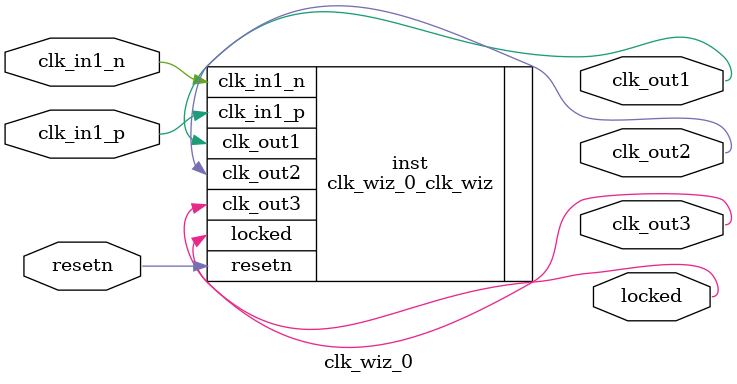
<source format=v>


`timescale 1ps/1ps

(* CORE_GENERATION_INFO = "clk_wiz_0,clk_wiz_v6_0_3_0_0,{component_name=clk_wiz_0,use_phase_alignment=true,use_min_o_jitter=false,use_max_i_jitter=false,use_dyn_phase_shift=false,use_inclk_switchover=false,use_dyn_reconfig=false,enable_axi=0,feedback_source=FDBK_AUTO,PRIMITIVE=PLL,num_out_clk=3,clkin1_period=5.000,clkin2_period=10.0,use_power_down=false,use_reset=true,use_locked=true,use_inclk_stopped=false,feedback_type=SINGLE,CLOCK_MGR_TYPE=NA,manual_override=false}" *)

module clk_wiz_0 
 (
  // Clock out ports
  output        clk_out1,
  output        clk_out2,
  output        clk_out3,
  // Status and control signals
  input         resetn,
  output        locked,
 // Clock in ports
  input         clk_in1_p,
  input         clk_in1_n
 );

  clk_wiz_0_clk_wiz inst
  (
  // Clock out ports  
  .clk_out1(clk_out1),
  .clk_out2(clk_out2),
  .clk_out3(clk_out3),
  // Status and control signals               
  .resetn(resetn), 
  .locked(locked),
 // Clock in ports
  .clk_in1_p(clk_in1_p),
  .clk_in1_n(clk_in1_n)
  );

endmodule

</source>
